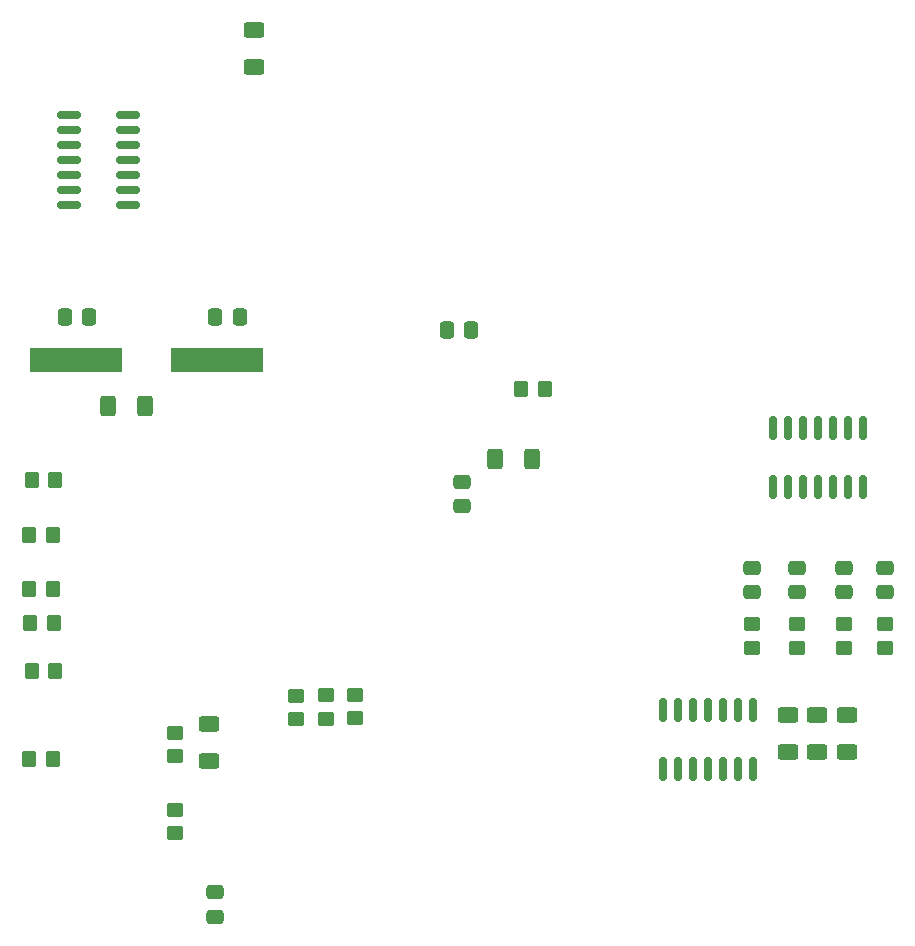
<source format=gbr>
%TF.GenerationSoftware,KiCad,Pcbnew,9.0.0*%
%TF.CreationDate,2025-06-16T14:41:11+03:00*%
%TF.ProjectId,ThorDrive_HW,54686f72-4472-4697-9665-5f48572e6b69,rev?*%
%TF.SameCoordinates,PX16c095cPY63de680*%
%TF.FileFunction,Paste,Bot*%
%TF.FilePolarity,Positive*%
%FSLAX46Y46*%
G04 Gerber Fmt 4.6, Leading zero omitted, Abs format (unit mm)*
G04 Created by KiCad (PCBNEW 9.0.0) date 2025-06-16 14:41:11*
%MOMM*%
%LPD*%
G01*
G04 APERTURE LIST*
G04 Aperture macros list*
%AMRoundRect*
0 Rectangle with rounded corners*
0 $1 Rounding radius*
0 $2 $3 $4 $5 $6 $7 $8 $9 X,Y pos of 4 corners*
0 Add a 4 corners polygon primitive as box body*
4,1,4,$2,$3,$4,$5,$6,$7,$8,$9,$2,$3,0*
0 Add four circle primitives for the rounded corners*
1,1,$1+$1,$2,$3*
1,1,$1+$1,$4,$5*
1,1,$1+$1,$6,$7*
1,1,$1+$1,$8,$9*
0 Add four rect primitives between the rounded corners*
20,1,$1+$1,$2,$3,$4,$5,0*
20,1,$1+$1,$4,$5,$6,$7,0*
20,1,$1+$1,$6,$7,$8,$9,0*
20,1,$1+$1,$8,$9,$2,$3,0*%
G04 Aperture macros list end*
%ADD10RoundRect,0.250000X-0.400000X-0.625000X0.400000X-0.625000X0.400000X0.625000X-0.400000X0.625000X0*%
%ADD11RoundRect,0.250000X-0.475000X0.337500X-0.475000X-0.337500X0.475000X-0.337500X0.475000X0.337500X0*%
%ADD12RoundRect,0.250000X-0.337500X-0.475000X0.337500X-0.475000X0.337500X0.475000X-0.337500X0.475000X0*%
%ADD13RoundRect,0.250000X0.350000X0.450000X-0.350000X0.450000X-0.350000X-0.450000X0.350000X-0.450000X0*%
%ADD14RoundRect,0.250000X0.625000X-0.400000X0.625000X0.400000X-0.625000X0.400000X-0.625000X-0.400000X0*%
%ADD15RoundRect,0.250000X0.450000X-0.350000X0.450000X0.350000X-0.450000X0.350000X-0.450000X-0.350000X0*%
%ADD16RoundRect,0.150000X0.825000X0.150000X-0.825000X0.150000X-0.825000X-0.150000X0.825000X-0.150000X0*%
%ADD17RoundRect,0.250000X-0.350000X-0.450000X0.350000X-0.450000X0.350000X0.450000X-0.350000X0.450000X0*%
%ADD18R,7.875000X2.000000*%
%ADD19RoundRect,0.150000X-0.150000X0.825000X-0.150000X-0.825000X0.150000X-0.825000X0.150000X0.825000X0*%
%ADD20RoundRect,0.150000X0.150000X-0.825000X0.150000X0.825000X-0.150000X0.825000X-0.150000X-0.825000X0*%
%ADD21RoundRect,0.250000X-0.625000X0.400000X-0.625000X-0.400000X0.625000X-0.400000X0.625000X0.400000X0*%
%ADD22RoundRect,0.250000X0.400000X0.625000X-0.400000X0.625000X-0.400000X-0.625000X0.400000X-0.625000X0*%
%ADD23RoundRect,0.250000X0.475000X-0.337500X0.475000X0.337500X-0.475000X0.337500X-0.475000X-0.337500X0*%
%ADD24RoundRect,0.250000X0.337500X0.475000X-0.337500X0.475000X-0.337500X-0.475000X0.337500X-0.475000X0*%
G04 APERTURE END LIST*
D10*
%TO.C,R23*%
X53225000Y41635000D03*
X56325000Y41635000D03*
%TD*%
D11*
%TO.C,C9*%
X50400000Y39685000D03*
X50400000Y37610000D03*
%TD*%
%TO.C,C8*%
X29500000Y4960000D03*
X29500000Y2885000D03*
%TD*%
D12*
%TO.C,C7*%
X51217500Y52565000D03*
X49142500Y52565000D03*
%TD*%
D13*
%TO.C,R10*%
X55410000Y47575000D03*
X57410000Y47575000D03*
%TD*%
D14*
%TO.C,R22*%
X29000000Y19185000D03*
X29000000Y16085000D03*
%TD*%
D15*
%TO.C,R15*%
X26080000Y16465000D03*
X26080000Y18465000D03*
%TD*%
D16*
%TO.C,U4*%
X22100000Y70755000D03*
X22100000Y69485000D03*
X22100000Y68215000D03*
X22100000Y66945000D03*
X22100000Y65675000D03*
X22100000Y64405000D03*
X22100000Y63135000D03*
X17150000Y63135000D03*
X17150000Y64405000D03*
X17150000Y65675000D03*
X17150000Y66945000D03*
X17150000Y68215000D03*
X17150000Y69485000D03*
X17150000Y70755000D03*
%TD*%
D17*
%TO.C,R21*%
X13750000Y16260000D03*
X15750000Y16260000D03*
%TD*%
D18*
%TO.C,Y1*%
X17762500Y49985000D03*
X29637500Y49985000D03*
%TD*%
D19*
%TO.C,U3*%
X67440000Y20360000D03*
X68710000Y20360000D03*
X69980000Y20360000D03*
X71250000Y20360000D03*
X72520000Y20360000D03*
X73790000Y20360000D03*
X75060000Y20360000D03*
X75060000Y15410000D03*
X73790000Y15410000D03*
X72520000Y15410000D03*
X71250000Y15410000D03*
X69980000Y15410000D03*
X68710000Y15410000D03*
X67440000Y15410000D03*
%TD*%
D20*
%TO.C,U2*%
X84330000Y39285000D03*
X83060000Y39285000D03*
X81790000Y39285000D03*
X80520000Y39285000D03*
X79250000Y39285000D03*
X77980000Y39285000D03*
X76710000Y39285000D03*
X76710000Y44235000D03*
X77980000Y44235000D03*
X79250000Y44235000D03*
X80520000Y44235000D03*
X81790000Y44235000D03*
X83060000Y44235000D03*
X84330000Y44235000D03*
%TD*%
D15*
%TO.C,R14*%
X26140000Y9935000D03*
X26140000Y11935000D03*
%TD*%
%TO.C,R13*%
X36390000Y19595000D03*
X36390000Y21595000D03*
%TD*%
%TO.C,R12*%
X38880000Y19635000D03*
X38880000Y21635000D03*
%TD*%
%TO.C,R11*%
X41380000Y19665000D03*
X41380000Y21665000D03*
%TD*%
%TO.C,R9*%
X82750000Y25635000D03*
X82750000Y27635000D03*
%TD*%
%TO.C,R8*%
X78750000Y25635000D03*
X78750000Y27635000D03*
%TD*%
%TO.C,R7*%
X75000000Y25635000D03*
X75000000Y27635000D03*
%TD*%
%TO.C,R6*%
X86250000Y25635000D03*
X86250000Y27635000D03*
%TD*%
D14*
%TO.C,R5*%
X80500000Y16835000D03*
X80500000Y19935000D03*
%TD*%
%TO.C,R4*%
X83000000Y16835000D03*
X83000000Y19935000D03*
%TD*%
D21*
%TO.C,R3*%
X78000000Y19935000D03*
X78000000Y16835000D03*
%TD*%
D14*
%TO.C,R2*%
X32800000Y74835000D03*
X32800000Y77935000D03*
%TD*%
D22*
%TO.C,R1*%
X23550000Y46085000D03*
X20450000Y46085000D03*
%TD*%
D23*
%TO.C,C6*%
X82750000Y30347500D03*
X82750000Y32422500D03*
%TD*%
%TO.C,C5*%
X78750000Y30347500D03*
X78750000Y32422500D03*
%TD*%
%TO.C,C4*%
X75000000Y30347500D03*
X75000000Y32422500D03*
%TD*%
%TO.C,C3*%
X86250000Y30347500D03*
X86250000Y32422500D03*
%TD*%
D24*
%TO.C,C2*%
X18850000Y53685000D03*
X16775000Y53685000D03*
%TD*%
D12*
%TO.C,C1*%
X29522500Y53665000D03*
X31597500Y53665000D03*
%TD*%
D17*
%TO.C,R19*%
X13850000Y27710000D03*
X15850000Y27710000D03*
%TD*%
%TO.C,R18*%
X15800000Y30585000D03*
X13800000Y30585000D03*
%TD*%
%TO.C,R17*%
X15750000Y35210000D03*
X13750000Y35210000D03*
%TD*%
%TO.C,R16*%
X16000000Y39810000D03*
X14000000Y39810000D03*
%TD*%
%TO.C,R20*%
X13975000Y23660000D03*
X15975000Y23660000D03*
%TD*%
M02*

</source>
